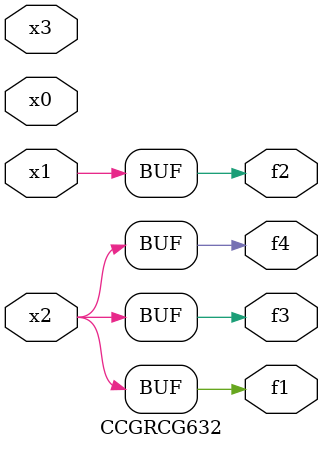
<source format=v>
module CCGRCG632(
	input x0, x1, x2, x3,
	output f1, f2, f3, f4
);
	assign f1 = x2;
	assign f2 = x1;
	assign f3 = x2;
	assign f4 = x2;
endmodule

</source>
